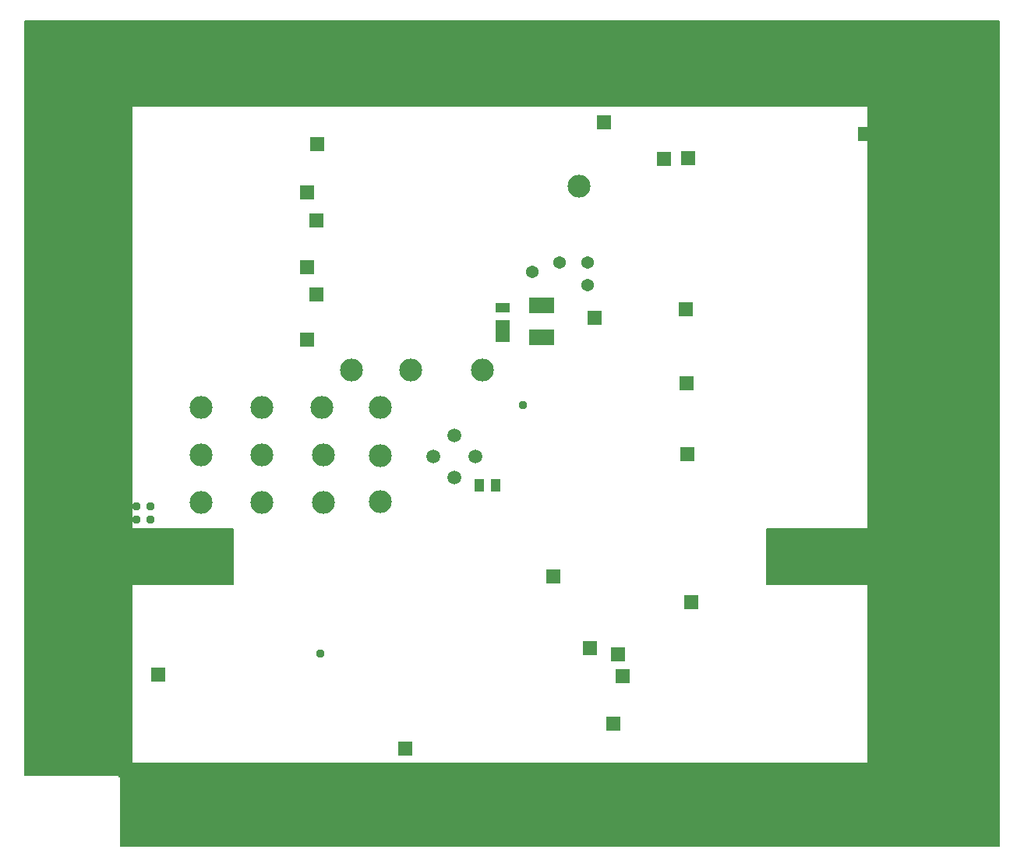
<source format=gbs>
G75*
%MOIN*%
%OFA0B0*%
%FSLAX25Y25*%
%IPPOS*%
%LPD*%
%AMOC8*
5,1,8,0,0,1.08239X$1,22.5*
%
%ADD10C,0.00600*%
%ADD11R,0.03950X0.05524*%
%ADD12C,0.05950*%
%ADD13C,0.09800*%
%ADD14R,0.05950X0.05950*%
%ADD15R,0.06312X0.09461*%
%ADD16R,0.06312X0.04343*%
%ADD17R,0.10800X0.06784*%
%ADD18R,0.10800X0.06745*%
%ADD19OC8,0.17635*%
%ADD20C,0.03778*%
%ADD21C,0.05392*%
D10*
X0109202Y0114713D02*
X0109202Y0149753D01*
X0113926Y0149753D01*
X0428887Y0149753D01*
X0428887Y0226524D01*
X0385580Y0226524D01*
X0385580Y0250146D01*
X0428887Y0250146D01*
X0428887Y0431249D01*
X0113926Y0431249D01*
X0113926Y0145028D01*
X0068257Y0145028D01*
X0068257Y0467469D01*
X0484792Y0467469D01*
X0484792Y0114713D01*
X0109202Y0114713D01*
X0109202Y0114839D02*
X0484792Y0114839D01*
X0484792Y0115437D02*
X0109202Y0115437D01*
X0109202Y0116036D02*
X0484792Y0116036D01*
X0484792Y0116634D02*
X0109202Y0116634D01*
X0109202Y0117233D02*
X0484792Y0117233D01*
X0484792Y0117831D02*
X0109202Y0117831D01*
X0109202Y0118430D02*
X0484792Y0118430D01*
X0484792Y0119028D02*
X0109202Y0119028D01*
X0109202Y0119627D02*
X0484792Y0119627D01*
X0484792Y0120225D02*
X0109202Y0120225D01*
X0109202Y0120824D02*
X0484792Y0120824D01*
X0484792Y0121422D02*
X0109202Y0121422D01*
X0109202Y0122021D02*
X0484792Y0122021D01*
X0484792Y0122619D02*
X0109202Y0122619D01*
X0109202Y0123218D02*
X0484792Y0123218D01*
X0484792Y0123816D02*
X0109202Y0123816D01*
X0109202Y0124415D02*
X0484792Y0124415D01*
X0484792Y0125013D02*
X0109202Y0125013D01*
X0109202Y0125612D02*
X0484792Y0125612D01*
X0484792Y0126210D02*
X0109202Y0126210D01*
X0109202Y0126809D02*
X0484792Y0126809D01*
X0484792Y0127407D02*
X0109202Y0127407D01*
X0109202Y0128006D02*
X0484792Y0128006D01*
X0484792Y0128604D02*
X0109202Y0128604D01*
X0109202Y0129203D02*
X0484792Y0129203D01*
X0484792Y0129801D02*
X0109202Y0129801D01*
X0109202Y0130400D02*
X0484792Y0130400D01*
X0484792Y0130998D02*
X0109202Y0130998D01*
X0109202Y0131597D02*
X0484792Y0131597D01*
X0484792Y0132195D02*
X0109202Y0132195D01*
X0109202Y0132794D02*
X0484792Y0132794D01*
X0484792Y0133392D02*
X0109202Y0133392D01*
X0109202Y0133991D02*
X0484792Y0133991D01*
X0484792Y0134589D02*
X0109202Y0134589D01*
X0109202Y0135188D02*
X0484792Y0135188D01*
X0484792Y0135786D02*
X0109202Y0135786D01*
X0109202Y0136385D02*
X0484792Y0136385D01*
X0484792Y0136984D02*
X0109202Y0136984D01*
X0109202Y0137582D02*
X0484792Y0137582D01*
X0484792Y0138181D02*
X0109202Y0138181D01*
X0109202Y0138779D02*
X0484792Y0138779D01*
X0484792Y0139378D02*
X0109202Y0139378D01*
X0109202Y0139976D02*
X0484792Y0139976D01*
X0484792Y0140575D02*
X0109202Y0140575D01*
X0109202Y0141173D02*
X0484792Y0141173D01*
X0484792Y0141772D02*
X0109202Y0141772D01*
X0109202Y0142370D02*
X0484792Y0142370D01*
X0484792Y0142969D02*
X0109202Y0142969D01*
X0109202Y0143567D02*
X0484792Y0143567D01*
X0484792Y0144166D02*
X0109202Y0144166D01*
X0109202Y0144764D02*
X0484792Y0144764D01*
X0484792Y0145363D02*
X0113926Y0145363D01*
X0108414Y0145363D01*
X0108414Y0145961D02*
X0113926Y0145961D01*
X0484792Y0145961D01*
X0484792Y0146560D02*
X0113926Y0146560D01*
X0108414Y0146560D01*
X0108414Y0147158D02*
X0113926Y0147158D01*
X0484792Y0147158D01*
X0484792Y0147757D02*
X0113926Y0147757D01*
X0108414Y0147757D01*
X0108414Y0148355D02*
X0113926Y0148355D01*
X0484792Y0148355D01*
X0484792Y0148954D02*
X0113926Y0148954D01*
X0108414Y0148954D01*
X0108414Y0149552D02*
X0113926Y0149552D01*
X0484792Y0149552D01*
X0484792Y0150151D02*
X0428887Y0150151D01*
X0428887Y0150749D02*
X0484792Y0150749D01*
X0484792Y0151348D02*
X0428887Y0151348D01*
X0428887Y0151946D02*
X0484792Y0151946D01*
X0484792Y0152545D02*
X0428887Y0152545D01*
X0428887Y0153143D02*
X0484792Y0153143D01*
X0484792Y0153742D02*
X0428887Y0153742D01*
X0428887Y0154340D02*
X0484792Y0154340D01*
X0484792Y0154939D02*
X0428887Y0154939D01*
X0428887Y0155537D02*
X0484792Y0155537D01*
X0484792Y0156136D02*
X0428887Y0156136D01*
X0428887Y0156734D02*
X0484792Y0156734D01*
X0484792Y0157333D02*
X0428887Y0157333D01*
X0428887Y0157931D02*
X0484792Y0157931D01*
X0484792Y0158530D02*
X0428887Y0158530D01*
X0428887Y0159128D02*
X0484792Y0159128D01*
X0484792Y0159727D02*
X0428887Y0159727D01*
X0428887Y0160325D02*
X0484792Y0160325D01*
X0484792Y0160924D02*
X0428887Y0160924D01*
X0428887Y0161522D02*
X0484792Y0161522D01*
X0484792Y0162121D02*
X0428887Y0162121D01*
X0428887Y0162720D02*
X0484792Y0162720D01*
X0484792Y0163318D02*
X0428887Y0163318D01*
X0428887Y0163917D02*
X0484792Y0163917D01*
X0484792Y0164515D02*
X0428887Y0164515D01*
X0428887Y0165114D02*
X0484792Y0165114D01*
X0484792Y0165712D02*
X0428887Y0165712D01*
X0428887Y0166311D02*
X0484792Y0166311D01*
X0484792Y0166909D02*
X0428887Y0166909D01*
X0428887Y0167508D02*
X0484792Y0167508D01*
X0484792Y0168106D02*
X0428887Y0168106D01*
X0428887Y0168705D02*
X0484792Y0168705D01*
X0484792Y0169303D02*
X0428887Y0169303D01*
X0428887Y0169902D02*
X0484792Y0169902D01*
X0484792Y0170500D02*
X0428887Y0170500D01*
X0428887Y0171099D02*
X0484792Y0171099D01*
X0484792Y0171697D02*
X0428887Y0171697D01*
X0428887Y0172296D02*
X0484792Y0172296D01*
X0484792Y0172894D02*
X0428887Y0172894D01*
X0428887Y0173493D02*
X0484792Y0173493D01*
X0484792Y0174091D02*
X0428887Y0174091D01*
X0428887Y0174690D02*
X0484792Y0174690D01*
X0484792Y0175288D02*
X0428887Y0175288D01*
X0428887Y0175887D02*
X0484792Y0175887D01*
X0484792Y0176485D02*
X0428887Y0176485D01*
X0428887Y0177084D02*
X0484792Y0177084D01*
X0484792Y0177682D02*
X0428887Y0177682D01*
X0428887Y0178281D02*
X0484792Y0178281D01*
X0484792Y0178879D02*
X0428887Y0178879D01*
X0428887Y0179478D02*
X0484792Y0179478D01*
X0484792Y0180076D02*
X0428887Y0180076D01*
X0428887Y0180675D02*
X0484792Y0180675D01*
X0484792Y0181273D02*
X0428887Y0181273D01*
X0428887Y0181872D02*
X0484792Y0181872D01*
X0484792Y0182470D02*
X0428887Y0182470D01*
X0428887Y0183069D02*
X0484792Y0183069D01*
X0484792Y0183667D02*
X0428887Y0183667D01*
X0428887Y0184266D02*
X0484792Y0184266D01*
X0484792Y0184864D02*
X0428887Y0184864D01*
X0428887Y0185463D02*
X0484792Y0185463D01*
X0484792Y0186061D02*
X0428887Y0186061D01*
X0428887Y0186660D02*
X0484792Y0186660D01*
X0484792Y0187258D02*
X0428887Y0187258D01*
X0428887Y0187857D02*
X0484792Y0187857D01*
X0484792Y0188455D02*
X0428887Y0188455D01*
X0428887Y0189054D02*
X0484792Y0189054D01*
X0484792Y0189653D02*
X0428887Y0189653D01*
X0428887Y0190251D02*
X0484792Y0190251D01*
X0484792Y0190850D02*
X0428887Y0190850D01*
X0428887Y0191448D02*
X0484792Y0191448D01*
X0484792Y0192047D02*
X0428887Y0192047D01*
X0428887Y0192645D02*
X0484792Y0192645D01*
X0484792Y0193244D02*
X0428887Y0193244D01*
X0428887Y0193842D02*
X0484792Y0193842D01*
X0484792Y0194441D02*
X0428887Y0194441D01*
X0428887Y0195039D02*
X0484792Y0195039D01*
X0484792Y0195638D02*
X0428887Y0195638D01*
X0428887Y0196236D02*
X0484792Y0196236D01*
X0484792Y0196835D02*
X0428887Y0196835D01*
X0428887Y0197433D02*
X0484792Y0197433D01*
X0484792Y0198032D02*
X0428887Y0198032D01*
X0428887Y0198630D02*
X0484792Y0198630D01*
X0484792Y0199229D02*
X0428887Y0199229D01*
X0428887Y0199827D02*
X0484792Y0199827D01*
X0484792Y0200426D02*
X0428887Y0200426D01*
X0428887Y0201024D02*
X0484792Y0201024D01*
X0484792Y0201623D02*
X0428887Y0201623D01*
X0428887Y0202221D02*
X0484792Y0202221D01*
X0484792Y0202820D02*
X0428887Y0202820D01*
X0428887Y0203418D02*
X0484792Y0203418D01*
X0484792Y0204017D02*
X0428887Y0204017D01*
X0428887Y0204615D02*
X0484792Y0204615D01*
X0484792Y0205214D02*
X0428887Y0205214D01*
X0428887Y0205812D02*
X0484792Y0205812D01*
X0484792Y0206411D02*
X0428887Y0206411D01*
X0428887Y0207009D02*
X0484792Y0207009D01*
X0484792Y0207608D02*
X0428887Y0207608D01*
X0428887Y0208206D02*
X0484792Y0208206D01*
X0484792Y0208805D02*
X0428887Y0208805D01*
X0428887Y0209403D02*
X0484792Y0209403D01*
X0484792Y0210002D02*
X0428887Y0210002D01*
X0428887Y0210600D02*
X0484792Y0210600D01*
X0484792Y0211199D02*
X0428887Y0211199D01*
X0428887Y0211797D02*
X0484792Y0211797D01*
X0484792Y0212396D02*
X0428887Y0212396D01*
X0428887Y0212994D02*
X0484792Y0212994D01*
X0484792Y0213593D02*
X0428887Y0213593D01*
X0428887Y0214191D02*
X0484792Y0214191D01*
X0484792Y0214790D02*
X0428887Y0214790D01*
X0428887Y0215388D02*
X0484792Y0215388D01*
X0484792Y0215987D02*
X0428887Y0215987D01*
X0428887Y0216586D02*
X0484792Y0216586D01*
X0484792Y0217184D02*
X0428887Y0217184D01*
X0428887Y0217783D02*
X0484792Y0217783D01*
X0484792Y0218381D02*
X0428887Y0218381D01*
X0428887Y0218980D02*
X0484792Y0218980D01*
X0484792Y0219578D02*
X0428887Y0219578D01*
X0428887Y0220177D02*
X0484792Y0220177D01*
X0484792Y0220775D02*
X0428887Y0220775D01*
X0428887Y0221374D02*
X0484792Y0221374D01*
X0484792Y0221972D02*
X0428887Y0221972D01*
X0428887Y0222571D02*
X0484792Y0222571D01*
X0484792Y0223169D02*
X0428887Y0223169D01*
X0428887Y0223768D02*
X0484792Y0223768D01*
X0484792Y0224366D02*
X0428887Y0224366D01*
X0428887Y0224965D02*
X0484792Y0224965D01*
X0484792Y0225563D02*
X0428887Y0225563D01*
X0428887Y0226162D02*
X0484792Y0226162D01*
X0484792Y0226760D02*
X0385580Y0226760D01*
X0385580Y0227359D02*
X0484792Y0227359D01*
X0484792Y0227957D02*
X0385580Y0227957D01*
X0385580Y0228556D02*
X0484792Y0228556D01*
X0484792Y0229154D02*
X0385580Y0229154D01*
X0385580Y0229753D02*
X0484792Y0229753D01*
X0484792Y0230351D02*
X0385580Y0230351D01*
X0385580Y0230950D02*
X0484792Y0230950D01*
X0484792Y0231548D02*
X0385580Y0231548D01*
X0385580Y0232147D02*
X0484792Y0232147D01*
X0484792Y0232745D02*
X0385580Y0232745D01*
X0385580Y0233344D02*
X0484792Y0233344D01*
X0484792Y0233942D02*
X0385580Y0233942D01*
X0385580Y0234541D02*
X0484792Y0234541D01*
X0484792Y0235139D02*
X0385580Y0235139D01*
X0385580Y0235738D02*
X0484792Y0235738D01*
X0484792Y0236336D02*
X0385580Y0236336D01*
X0385580Y0236935D02*
X0484792Y0236935D01*
X0484792Y0237533D02*
X0385580Y0237533D01*
X0385580Y0238132D02*
X0484792Y0238132D01*
X0484792Y0238730D02*
X0385580Y0238730D01*
X0385580Y0239329D02*
X0484792Y0239329D01*
X0484792Y0239927D02*
X0385580Y0239927D01*
X0385580Y0240526D02*
X0484792Y0240526D01*
X0484792Y0241124D02*
X0385580Y0241124D01*
X0385580Y0241723D02*
X0484792Y0241723D01*
X0484792Y0242322D02*
X0385580Y0242322D01*
X0385580Y0242920D02*
X0484792Y0242920D01*
X0484792Y0243519D02*
X0385580Y0243519D01*
X0385580Y0244117D02*
X0484792Y0244117D01*
X0484792Y0244716D02*
X0385580Y0244716D01*
X0385580Y0245314D02*
X0484792Y0245314D01*
X0484792Y0245913D02*
X0385580Y0245913D01*
X0385580Y0246511D02*
X0484792Y0246511D01*
X0484792Y0247110D02*
X0385580Y0247110D01*
X0385580Y0247708D02*
X0484792Y0247708D01*
X0484792Y0248307D02*
X0385580Y0248307D01*
X0385580Y0248905D02*
X0484792Y0248905D01*
X0484792Y0249504D02*
X0385580Y0249504D01*
X0385580Y0250102D02*
X0484792Y0250102D01*
X0484792Y0250701D02*
X0428887Y0250701D01*
X0428887Y0251299D02*
X0484792Y0251299D01*
X0484792Y0251898D02*
X0428887Y0251898D01*
X0428887Y0252496D02*
X0484792Y0252496D01*
X0484792Y0253095D02*
X0428887Y0253095D01*
X0428887Y0253693D02*
X0484792Y0253693D01*
X0484792Y0254292D02*
X0428887Y0254292D01*
X0428887Y0254890D02*
X0484792Y0254890D01*
X0484792Y0255489D02*
X0428887Y0255489D01*
X0428887Y0256087D02*
X0484792Y0256087D01*
X0484792Y0256686D02*
X0428887Y0256686D01*
X0428887Y0257284D02*
X0484792Y0257284D01*
X0484792Y0257883D02*
X0428887Y0257883D01*
X0428887Y0258481D02*
X0484792Y0258481D01*
X0484792Y0259080D02*
X0428887Y0259080D01*
X0428887Y0259678D02*
X0484792Y0259678D01*
X0484792Y0260277D02*
X0428887Y0260277D01*
X0428887Y0260875D02*
X0484792Y0260875D01*
X0484792Y0261474D02*
X0428887Y0261474D01*
X0428887Y0262072D02*
X0484792Y0262072D01*
X0484792Y0262671D02*
X0428887Y0262671D01*
X0428887Y0263269D02*
X0484792Y0263269D01*
X0484792Y0263868D02*
X0428887Y0263868D01*
X0428887Y0264466D02*
X0484792Y0264466D01*
X0484792Y0265065D02*
X0428887Y0265065D01*
X0428887Y0265663D02*
X0484792Y0265663D01*
X0484792Y0266262D02*
X0428887Y0266262D01*
X0428887Y0266860D02*
X0484792Y0266860D01*
X0484792Y0267459D02*
X0428887Y0267459D01*
X0428887Y0268057D02*
X0484792Y0268057D01*
X0484792Y0268656D02*
X0428887Y0268656D01*
X0428887Y0269255D02*
X0484792Y0269255D01*
X0484792Y0269853D02*
X0428887Y0269853D01*
X0428887Y0270452D02*
X0484792Y0270452D01*
X0484792Y0271050D02*
X0428887Y0271050D01*
X0428887Y0271649D02*
X0484792Y0271649D01*
X0484792Y0272247D02*
X0428887Y0272247D01*
X0428887Y0272846D02*
X0484792Y0272846D01*
X0484792Y0273444D02*
X0428887Y0273444D01*
X0428887Y0274043D02*
X0484792Y0274043D01*
X0484792Y0274641D02*
X0428887Y0274641D01*
X0428887Y0275240D02*
X0484792Y0275240D01*
X0484792Y0275838D02*
X0428887Y0275838D01*
X0428887Y0276437D02*
X0484792Y0276437D01*
X0484792Y0277035D02*
X0428887Y0277035D01*
X0428887Y0277634D02*
X0484792Y0277634D01*
X0484792Y0278232D02*
X0428887Y0278232D01*
X0428887Y0278831D02*
X0484792Y0278831D01*
X0484792Y0279429D02*
X0428887Y0279429D01*
X0428887Y0280028D02*
X0484792Y0280028D01*
X0484792Y0280626D02*
X0428887Y0280626D01*
X0428887Y0281225D02*
X0484792Y0281225D01*
X0484792Y0281823D02*
X0428887Y0281823D01*
X0428887Y0282422D02*
X0484792Y0282422D01*
X0484792Y0283020D02*
X0428887Y0283020D01*
X0428887Y0283619D02*
X0484792Y0283619D01*
X0484792Y0284217D02*
X0428887Y0284217D01*
X0428887Y0284816D02*
X0484792Y0284816D01*
X0484792Y0285414D02*
X0428887Y0285414D01*
X0428887Y0286013D02*
X0484792Y0286013D01*
X0484792Y0286611D02*
X0428887Y0286611D01*
X0428887Y0287210D02*
X0484792Y0287210D01*
X0484792Y0287808D02*
X0428887Y0287808D01*
X0428887Y0288407D02*
X0484792Y0288407D01*
X0484792Y0289005D02*
X0428887Y0289005D01*
X0428887Y0289604D02*
X0484792Y0289604D01*
X0484792Y0290202D02*
X0428887Y0290202D01*
X0428887Y0290801D02*
X0484792Y0290801D01*
X0484792Y0291399D02*
X0428887Y0291399D01*
X0428887Y0291998D02*
X0484792Y0291998D01*
X0484792Y0292596D02*
X0428887Y0292596D01*
X0428887Y0293195D02*
X0484792Y0293195D01*
X0484792Y0293793D02*
X0428887Y0293793D01*
X0428887Y0294392D02*
X0484792Y0294392D01*
X0484792Y0294991D02*
X0428887Y0294991D01*
X0428887Y0295589D02*
X0484792Y0295589D01*
X0484792Y0296188D02*
X0428887Y0296188D01*
X0428887Y0296786D02*
X0484792Y0296786D01*
X0484792Y0297385D02*
X0428887Y0297385D01*
X0428887Y0297983D02*
X0484792Y0297983D01*
X0484792Y0298582D02*
X0428887Y0298582D01*
X0428887Y0299180D02*
X0484792Y0299180D01*
X0484792Y0299779D02*
X0428887Y0299779D01*
X0428887Y0300377D02*
X0484792Y0300377D01*
X0484792Y0300976D02*
X0428887Y0300976D01*
X0428887Y0301574D02*
X0484792Y0301574D01*
X0484792Y0302173D02*
X0428887Y0302173D01*
X0428887Y0302771D02*
X0484792Y0302771D01*
X0484792Y0303370D02*
X0428887Y0303370D01*
X0428887Y0303968D02*
X0484792Y0303968D01*
X0484792Y0304567D02*
X0428887Y0304567D01*
X0428887Y0305165D02*
X0484792Y0305165D01*
X0484792Y0305764D02*
X0428887Y0305764D01*
X0428887Y0306362D02*
X0484792Y0306362D01*
X0484792Y0306961D02*
X0428887Y0306961D01*
X0428887Y0307559D02*
X0484792Y0307559D01*
X0484792Y0308158D02*
X0428887Y0308158D01*
X0428887Y0308756D02*
X0484792Y0308756D01*
X0484792Y0309355D02*
X0428887Y0309355D01*
X0428887Y0309953D02*
X0484792Y0309953D01*
X0484792Y0310552D02*
X0428887Y0310552D01*
X0428887Y0311150D02*
X0484792Y0311150D01*
X0484792Y0311749D02*
X0428887Y0311749D01*
X0428887Y0312347D02*
X0484792Y0312347D01*
X0484792Y0312946D02*
X0428887Y0312946D01*
X0428887Y0313544D02*
X0484792Y0313544D01*
X0484792Y0314143D02*
X0428887Y0314143D01*
X0428887Y0314741D02*
X0484792Y0314741D01*
X0484792Y0315340D02*
X0428887Y0315340D01*
X0428887Y0315938D02*
X0484792Y0315938D01*
X0484792Y0316537D02*
X0428887Y0316537D01*
X0428887Y0317135D02*
X0484792Y0317135D01*
X0484792Y0317734D02*
X0428887Y0317734D01*
X0428887Y0318332D02*
X0484792Y0318332D01*
X0484792Y0318931D02*
X0428887Y0318931D01*
X0428887Y0319529D02*
X0484792Y0319529D01*
X0484792Y0320128D02*
X0428887Y0320128D01*
X0428887Y0320726D02*
X0484792Y0320726D01*
X0484792Y0321325D02*
X0428887Y0321325D01*
X0428887Y0321924D02*
X0484792Y0321924D01*
X0484792Y0322522D02*
X0428887Y0322522D01*
X0428887Y0323121D02*
X0484792Y0323121D01*
X0484792Y0323719D02*
X0428887Y0323719D01*
X0428887Y0324318D02*
X0484792Y0324318D01*
X0484792Y0324916D02*
X0428887Y0324916D01*
X0428887Y0325515D02*
X0484792Y0325515D01*
X0484792Y0326113D02*
X0428887Y0326113D01*
X0428887Y0326712D02*
X0484792Y0326712D01*
X0484792Y0327310D02*
X0428887Y0327310D01*
X0428887Y0327909D02*
X0484792Y0327909D01*
X0484792Y0328507D02*
X0428887Y0328507D01*
X0428887Y0329106D02*
X0484792Y0329106D01*
X0484792Y0329704D02*
X0428887Y0329704D01*
X0428887Y0330303D02*
X0484792Y0330303D01*
X0484792Y0330901D02*
X0428887Y0330901D01*
X0428887Y0331500D02*
X0484792Y0331500D01*
X0484792Y0332098D02*
X0428887Y0332098D01*
X0428887Y0332697D02*
X0484792Y0332697D01*
X0484792Y0333295D02*
X0428887Y0333295D01*
X0428887Y0333894D02*
X0484792Y0333894D01*
X0484792Y0334492D02*
X0428887Y0334492D01*
X0428887Y0335091D02*
X0484792Y0335091D01*
X0484792Y0335689D02*
X0428887Y0335689D01*
X0428887Y0336288D02*
X0484792Y0336288D01*
X0484792Y0336886D02*
X0428887Y0336886D01*
X0428887Y0337485D02*
X0484792Y0337485D01*
X0484792Y0338083D02*
X0428887Y0338083D01*
X0428887Y0338682D02*
X0484792Y0338682D01*
X0484792Y0339280D02*
X0428887Y0339280D01*
X0428887Y0339879D02*
X0484792Y0339879D01*
X0484792Y0340477D02*
X0428887Y0340477D01*
X0428887Y0341076D02*
X0484792Y0341076D01*
X0484792Y0341674D02*
X0428887Y0341674D01*
X0428887Y0342273D02*
X0484792Y0342273D01*
X0484792Y0342871D02*
X0428887Y0342871D01*
X0428887Y0343470D02*
X0484792Y0343470D01*
X0484792Y0344068D02*
X0428887Y0344068D01*
X0428887Y0344667D02*
X0484792Y0344667D01*
X0484792Y0345265D02*
X0428887Y0345265D01*
X0428887Y0345864D02*
X0484792Y0345864D01*
X0484792Y0346462D02*
X0428887Y0346462D01*
X0428887Y0347061D02*
X0484792Y0347061D01*
X0484792Y0347659D02*
X0428887Y0347659D01*
X0428887Y0348258D02*
X0484792Y0348258D01*
X0484792Y0348857D02*
X0428887Y0348857D01*
X0428887Y0349455D02*
X0484792Y0349455D01*
X0484792Y0350054D02*
X0428887Y0350054D01*
X0428887Y0350652D02*
X0484792Y0350652D01*
X0484792Y0351251D02*
X0428887Y0351251D01*
X0428887Y0351849D02*
X0484792Y0351849D01*
X0484792Y0352448D02*
X0428887Y0352448D01*
X0428887Y0353046D02*
X0484792Y0353046D01*
X0484792Y0353645D02*
X0428887Y0353645D01*
X0428887Y0354243D02*
X0484792Y0354243D01*
X0484792Y0354842D02*
X0428887Y0354842D01*
X0428887Y0355440D02*
X0484792Y0355440D01*
X0484792Y0356039D02*
X0428887Y0356039D01*
X0428887Y0356637D02*
X0484792Y0356637D01*
X0484792Y0357236D02*
X0428887Y0357236D01*
X0428887Y0357834D02*
X0484792Y0357834D01*
X0484792Y0358433D02*
X0428887Y0358433D01*
X0428887Y0359031D02*
X0484792Y0359031D01*
X0484792Y0359630D02*
X0428887Y0359630D01*
X0428887Y0360228D02*
X0484792Y0360228D01*
X0484792Y0360827D02*
X0428887Y0360827D01*
X0428887Y0361425D02*
X0484792Y0361425D01*
X0484792Y0362024D02*
X0428887Y0362024D01*
X0428887Y0362622D02*
X0484792Y0362622D01*
X0484792Y0363221D02*
X0428887Y0363221D01*
X0428887Y0363819D02*
X0484792Y0363819D01*
X0484792Y0364418D02*
X0428887Y0364418D01*
X0428887Y0365016D02*
X0484792Y0365016D01*
X0484792Y0365615D02*
X0428887Y0365615D01*
X0428887Y0366213D02*
X0484792Y0366213D01*
X0484792Y0366812D02*
X0428887Y0366812D01*
X0428887Y0367410D02*
X0484792Y0367410D01*
X0484792Y0368009D02*
X0428887Y0368009D01*
X0428887Y0368607D02*
X0484792Y0368607D01*
X0484792Y0369206D02*
X0428887Y0369206D01*
X0428887Y0369804D02*
X0484792Y0369804D01*
X0484792Y0370403D02*
X0428887Y0370403D01*
X0428887Y0371001D02*
X0484792Y0371001D01*
X0484792Y0371600D02*
X0428887Y0371600D01*
X0428887Y0372198D02*
X0484792Y0372198D01*
X0484792Y0372797D02*
X0428887Y0372797D01*
X0428887Y0373395D02*
X0484792Y0373395D01*
X0484792Y0373994D02*
X0428887Y0373994D01*
X0428887Y0374593D02*
X0484792Y0374593D01*
X0484792Y0375191D02*
X0428887Y0375191D01*
X0428887Y0375790D02*
X0484792Y0375790D01*
X0484792Y0376388D02*
X0428887Y0376388D01*
X0428887Y0376987D02*
X0484792Y0376987D01*
X0484792Y0377585D02*
X0428887Y0377585D01*
X0428887Y0378184D02*
X0484792Y0378184D01*
X0484792Y0378782D02*
X0428887Y0378782D01*
X0428887Y0379381D02*
X0484792Y0379381D01*
X0484792Y0379979D02*
X0428887Y0379979D01*
X0428887Y0380578D02*
X0484792Y0380578D01*
X0484792Y0381176D02*
X0428887Y0381176D01*
X0428887Y0381775D02*
X0484792Y0381775D01*
X0484792Y0382373D02*
X0428887Y0382373D01*
X0428887Y0382972D02*
X0484792Y0382972D01*
X0484792Y0383570D02*
X0428887Y0383570D01*
X0428887Y0384169D02*
X0484792Y0384169D01*
X0484792Y0384767D02*
X0428887Y0384767D01*
X0428887Y0385366D02*
X0484792Y0385366D01*
X0484792Y0385964D02*
X0428887Y0385964D01*
X0428887Y0386563D02*
X0484792Y0386563D01*
X0484792Y0387161D02*
X0428887Y0387161D01*
X0428887Y0387760D02*
X0484792Y0387760D01*
X0484792Y0388358D02*
X0428887Y0388358D01*
X0428887Y0388957D02*
X0484792Y0388957D01*
X0484792Y0389555D02*
X0428887Y0389555D01*
X0428887Y0390154D02*
X0484792Y0390154D01*
X0484792Y0390752D02*
X0428887Y0390752D01*
X0428887Y0391351D02*
X0484792Y0391351D01*
X0484792Y0391949D02*
X0428887Y0391949D01*
X0428887Y0392548D02*
X0484792Y0392548D01*
X0484792Y0393146D02*
X0428887Y0393146D01*
X0428887Y0393745D02*
X0484792Y0393745D01*
X0484792Y0394343D02*
X0428887Y0394343D01*
X0428887Y0394942D02*
X0484792Y0394942D01*
X0484792Y0395540D02*
X0428887Y0395540D01*
X0428887Y0396139D02*
X0484792Y0396139D01*
X0484792Y0396737D02*
X0428887Y0396737D01*
X0428887Y0397336D02*
X0484792Y0397336D01*
X0484792Y0397934D02*
X0428887Y0397934D01*
X0428887Y0398533D02*
X0484792Y0398533D01*
X0484792Y0399131D02*
X0428887Y0399131D01*
X0428887Y0399730D02*
X0484792Y0399730D01*
X0484792Y0400328D02*
X0428887Y0400328D01*
X0428887Y0400927D02*
X0484792Y0400927D01*
X0484792Y0401526D02*
X0428887Y0401526D01*
X0428887Y0402124D02*
X0484792Y0402124D01*
X0484792Y0402723D02*
X0428887Y0402723D01*
X0428887Y0403321D02*
X0484792Y0403321D01*
X0484792Y0403920D02*
X0428887Y0403920D01*
X0428887Y0404518D02*
X0484792Y0404518D01*
X0484792Y0405117D02*
X0428887Y0405117D01*
X0428887Y0405715D02*
X0484792Y0405715D01*
X0484792Y0406314D02*
X0428887Y0406314D01*
X0428887Y0406912D02*
X0484792Y0406912D01*
X0484792Y0407511D02*
X0428887Y0407511D01*
X0428887Y0408109D02*
X0484792Y0408109D01*
X0484792Y0408708D02*
X0428887Y0408708D01*
X0428887Y0409306D02*
X0484792Y0409306D01*
X0484792Y0409905D02*
X0428887Y0409905D01*
X0428887Y0410503D02*
X0484792Y0410503D01*
X0484792Y0411102D02*
X0428887Y0411102D01*
X0428887Y0411700D02*
X0484792Y0411700D01*
X0484792Y0412299D02*
X0428887Y0412299D01*
X0428887Y0412897D02*
X0484792Y0412897D01*
X0484792Y0413496D02*
X0428887Y0413496D01*
X0428887Y0414094D02*
X0484792Y0414094D01*
X0484792Y0414693D02*
X0428887Y0414693D01*
X0428887Y0415291D02*
X0484792Y0415291D01*
X0484792Y0415890D02*
X0428887Y0415890D01*
X0428887Y0416488D02*
X0484792Y0416488D01*
X0484792Y0417087D02*
X0428887Y0417087D01*
X0428887Y0417685D02*
X0484792Y0417685D01*
X0484792Y0418284D02*
X0428887Y0418284D01*
X0428887Y0418882D02*
X0484792Y0418882D01*
X0484792Y0419481D02*
X0428887Y0419481D01*
X0428887Y0420079D02*
X0484792Y0420079D01*
X0484792Y0420678D02*
X0428887Y0420678D01*
X0428887Y0421276D02*
X0484792Y0421276D01*
X0484792Y0421875D02*
X0428887Y0421875D01*
X0428887Y0422473D02*
X0484792Y0422473D01*
X0484792Y0423072D02*
X0428887Y0423072D01*
X0428887Y0423670D02*
X0484792Y0423670D01*
X0484792Y0424269D02*
X0428887Y0424269D01*
X0428887Y0424867D02*
X0484792Y0424867D01*
X0484792Y0425466D02*
X0428887Y0425466D01*
X0428887Y0426064D02*
X0484792Y0426064D01*
X0484792Y0426663D02*
X0428887Y0426663D01*
X0428887Y0427262D02*
X0484792Y0427262D01*
X0484792Y0427860D02*
X0428887Y0427860D01*
X0428887Y0428459D02*
X0484792Y0428459D01*
X0484792Y0429057D02*
X0428887Y0429057D01*
X0428887Y0429656D02*
X0484792Y0429656D01*
X0484792Y0430254D02*
X0428887Y0430254D01*
X0428887Y0430853D02*
X0484792Y0430853D01*
X0484792Y0431451D02*
X0068257Y0431451D01*
X0068257Y0430853D02*
X0113926Y0430853D01*
X0113926Y0430254D02*
X0068257Y0430254D01*
X0068257Y0429656D02*
X0113926Y0429656D01*
X0113926Y0429057D02*
X0068257Y0429057D01*
X0068257Y0428459D02*
X0113926Y0428459D01*
X0113926Y0427860D02*
X0068257Y0427860D01*
X0068257Y0427262D02*
X0113926Y0427262D01*
X0113926Y0426663D02*
X0068257Y0426663D01*
X0068257Y0426064D02*
X0113926Y0426064D01*
X0113926Y0425466D02*
X0068257Y0425466D01*
X0068257Y0424867D02*
X0113926Y0424867D01*
X0113926Y0424269D02*
X0068257Y0424269D01*
X0068257Y0423670D02*
X0113926Y0423670D01*
X0113926Y0423072D02*
X0068257Y0423072D01*
X0068257Y0422473D02*
X0113926Y0422473D01*
X0113926Y0421875D02*
X0068257Y0421875D01*
X0068257Y0421276D02*
X0113926Y0421276D01*
X0113926Y0420678D02*
X0068257Y0420678D01*
X0068257Y0420079D02*
X0113926Y0420079D01*
X0113926Y0419481D02*
X0068257Y0419481D01*
X0068257Y0418882D02*
X0113926Y0418882D01*
X0113926Y0418284D02*
X0068257Y0418284D01*
X0068257Y0417685D02*
X0113926Y0417685D01*
X0113926Y0417087D02*
X0068257Y0417087D01*
X0068257Y0416488D02*
X0113926Y0416488D01*
X0113926Y0415890D02*
X0068257Y0415890D01*
X0068257Y0415291D02*
X0113926Y0415291D01*
X0113926Y0414693D02*
X0068257Y0414693D01*
X0068257Y0414094D02*
X0113926Y0414094D01*
X0113926Y0413496D02*
X0068257Y0413496D01*
X0068257Y0412897D02*
X0113926Y0412897D01*
X0113926Y0412299D02*
X0068257Y0412299D01*
X0068257Y0411700D02*
X0113926Y0411700D01*
X0113926Y0411102D02*
X0068257Y0411102D01*
X0068257Y0410503D02*
X0113926Y0410503D01*
X0113926Y0409905D02*
X0068257Y0409905D01*
X0068257Y0409306D02*
X0113926Y0409306D01*
X0113926Y0408708D02*
X0068257Y0408708D01*
X0068257Y0408109D02*
X0113926Y0408109D01*
X0113926Y0407511D02*
X0068257Y0407511D01*
X0068257Y0406912D02*
X0113926Y0406912D01*
X0113926Y0406314D02*
X0068257Y0406314D01*
X0068257Y0405715D02*
X0113926Y0405715D01*
X0113926Y0405117D02*
X0068257Y0405117D01*
X0068257Y0404518D02*
X0113926Y0404518D01*
X0113926Y0403920D02*
X0068257Y0403920D01*
X0068257Y0403321D02*
X0113926Y0403321D01*
X0113926Y0402723D02*
X0068257Y0402723D01*
X0068257Y0402124D02*
X0113926Y0402124D01*
X0113926Y0401526D02*
X0068257Y0401526D01*
X0068257Y0400927D02*
X0113926Y0400927D01*
X0113926Y0400328D02*
X0068257Y0400328D01*
X0068257Y0399730D02*
X0113926Y0399730D01*
X0113926Y0399131D02*
X0068257Y0399131D01*
X0068257Y0398533D02*
X0113926Y0398533D01*
X0113926Y0397934D02*
X0068257Y0397934D01*
X0068257Y0397336D02*
X0113926Y0397336D01*
X0113926Y0396737D02*
X0068257Y0396737D01*
X0068257Y0396139D02*
X0113926Y0396139D01*
X0113926Y0395540D02*
X0068257Y0395540D01*
X0068257Y0394942D02*
X0113926Y0394942D01*
X0113926Y0394343D02*
X0068257Y0394343D01*
X0068257Y0393745D02*
X0113926Y0393745D01*
X0113926Y0393146D02*
X0068257Y0393146D01*
X0068257Y0392548D02*
X0113926Y0392548D01*
X0113926Y0391949D02*
X0068257Y0391949D01*
X0068257Y0391351D02*
X0113926Y0391351D01*
X0113926Y0390752D02*
X0068257Y0390752D01*
X0068257Y0390154D02*
X0113926Y0390154D01*
X0113926Y0389555D02*
X0068257Y0389555D01*
X0068257Y0388957D02*
X0113926Y0388957D01*
X0113926Y0388358D02*
X0068257Y0388358D01*
X0068257Y0387760D02*
X0113926Y0387760D01*
X0113926Y0387161D02*
X0068257Y0387161D01*
X0068257Y0386563D02*
X0113926Y0386563D01*
X0113926Y0385964D02*
X0068257Y0385964D01*
X0068257Y0385366D02*
X0113926Y0385366D01*
X0113926Y0384767D02*
X0068257Y0384767D01*
X0068257Y0384169D02*
X0113926Y0384169D01*
X0113926Y0383570D02*
X0068257Y0383570D01*
X0068257Y0382972D02*
X0113926Y0382972D01*
X0113926Y0382373D02*
X0068257Y0382373D01*
X0068257Y0381775D02*
X0113926Y0381775D01*
X0113926Y0381176D02*
X0068257Y0381176D01*
X0068257Y0380578D02*
X0113926Y0380578D01*
X0113926Y0379979D02*
X0068257Y0379979D01*
X0068257Y0379381D02*
X0113926Y0379381D01*
X0113926Y0378782D02*
X0068257Y0378782D01*
X0068257Y0378184D02*
X0113926Y0378184D01*
X0113926Y0377585D02*
X0068257Y0377585D01*
X0068257Y0376987D02*
X0113926Y0376987D01*
X0113926Y0376388D02*
X0068257Y0376388D01*
X0068257Y0375790D02*
X0113926Y0375790D01*
X0113926Y0375191D02*
X0068257Y0375191D01*
X0068257Y0374593D02*
X0113926Y0374593D01*
X0113926Y0373994D02*
X0068257Y0373994D01*
X0068257Y0373395D02*
X0113926Y0373395D01*
X0113926Y0372797D02*
X0068257Y0372797D01*
X0068257Y0372198D02*
X0113926Y0372198D01*
X0113926Y0371600D02*
X0068257Y0371600D01*
X0068257Y0371001D02*
X0113926Y0371001D01*
X0113926Y0370403D02*
X0068257Y0370403D01*
X0068257Y0369804D02*
X0113926Y0369804D01*
X0113926Y0369206D02*
X0068257Y0369206D01*
X0068257Y0368607D02*
X0113926Y0368607D01*
X0113926Y0368009D02*
X0068257Y0368009D01*
X0068257Y0367410D02*
X0113926Y0367410D01*
X0113926Y0366812D02*
X0068257Y0366812D01*
X0068257Y0366213D02*
X0113926Y0366213D01*
X0113926Y0365615D02*
X0068257Y0365615D01*
X0068257Y0365016D02*
X0113926Y0365016D01*
X0113926Y0364418D02*
X0068257Y0364418D01*
X0068257Y0363819D02*
X0113926Y0363819D01*
X0113926Y0363221D02*
X0068257Y0363221D01*
X0068257Y0362622D02*
X0113926Y0362622D01*
X0113926Y0362024D02*
X0068257Y0362024D01*
X0068257Y0361425D02*
X0113926Y0361425D01*
X0113926Y0360827D02*
X0068257Y0360827D01*
X0068257Y0360228D02*
X0113926Y0360228D01*
X0113926Y0359630D02*
X0068257Y0359630D01*
X0068257Y0359031D02*
X0113926Y0359031D01*
X0113926Y0358433D02*
X0068257Y0358433D01*
X0068257Y0357834D02*
X0113926Y0357834D01*
X0113926Y0357236D02*
X0068257Y0357236D01*
X0068257Y0356637D02*
X0113926Y0356637D01*
X0113926Y0356039D02*
X0068257Y0356039D01*
X0068257Y0355440D02*
X0113926Y0355440D01*
X0113926Y0354842D02*
X0068257Y0354842D01*
X0068257Y0354243D02*
X0113926Y0354243D01*
X0113926Y0353645D02*
X0068257Y0353645D01*
X0068257Y0353046D02*
X0113926Y0353046D01*
X0113926Y0352448D02*
X0068257Y0352448D01*
X0068257Y0351849D02*
X0113926Y0351849D01*
X0113926Y0351251D02*
X0068257Y0351251D01*
X0068257Y0350652D02*
X0113926Y0350652D01*
X0113926Y0350054D02*
X0068257Y0350054D01*
X0068257Y0349455D02*
X0113926Y0349455D01*
X0113926Y0348857D02*
X0068257Y0348857D01*
X0068257Y0348258D02*
X0113926Y0348258D01*
X0113926Y0347659D02*
X0068257Y0347659D01*
X0068257Y0347061D02*
X0113926Y0347061D01*
X0113926Y0346462D02*
X0068257Y0346462D01*
X0068257Y0345864D02*
X0113926Y0345864D01*
X0113926Y0345265D02*
X0068257Y0345265D01*
X0068257Y0344667D02*
X0113926Y0344667D01*
X0113926Y0344068D02*
X0068257Y0344068D01*
X0068257Y0343470D02*
X0113926Y0343470D01*
X0113926Y0342871D02*
X0068257Y0342871D01*
X0068257Y0342273D02*
X0113926Y0342273D01*
X0113926Y0341674D02*
X0068257Y0341674D01*
X0068257Y0341076D02*
X0113926Y0341076D01*
X0113926Y0340477D02*
X0068257Y0340477D01*
X0068257Y0339879D02*
X0113926Y0339879D01*
X0113926Y0339280D02*
X0068257Y0339280D01*
X0068257Y0338682D02*
X0113926Y0338682D01*
X0113926Y0338083D02*
X0068257Y0338083D01*
X0068257Y0337485D02*
X0113926Y0337485D01*
X0113926Y0336886D02*
X0068257Y0336886D01*
X0068257Y0336288D02*
X0113926Y0336288D01*
X0113926Y0335689D02*
X0068257Y0335689D01*
X0068257Y0335091D02*
X0113926Y0335091D01*
X0113926Y0334492D02*
X0068257Y0334492D01*
X0068257Y0333894D02*
X0113926Y0333894D01*
X0113926Y0333295D02*
X0068257Y0333295D01*
X0068257Y0332697D02*
X0113926Y0332697D01*
X0113926Y0332098D02*
X0068257Y0332098D01*
X0068257Y0331500D02*
X0113926Y0331500D01*
X0113926Y0330901D02*
X0068257Y0330901D01*
X0068257Y0330303D02*
X0113926Y0330303D01*
X0113926Y0329704D02*
X0068257Y0329704D01*
X0068257Y0329106D02*
X0113926Y0329106D01*
X0113926Y0328507D02*
X0068257Y0328507D01*
X0068257Y0327909D02*
X0113926Y0327909D01*
X0113926Y0327310D02*
X0068257Y0327310D01*
X0068257Y0326712D02*
X0113926Y0326712D01*
X0113926Y0326113D02*
X0068257Y0326113D01*
X0068257Y0325515D02*
X0113926Y0325515D01*
X0113926Y0324916D02*
X0068257Y0324916D01*
X0068257Y0324318D02*
X0113926Y0324318D01*
X0113926Y0323719D02*
X0068257Y0323719D01*
X0068257Y0323121D02*
X0113926Y0323121D01*
X0113926Y0322522D02*
X0068257Y0322522D01*
X0068257Y0321924D02*
X0113926Y0321924D01*
X0113926Y0321325D02*
X0068257Y0321325D01*
X0068257Y0320726D02*
X0113926Y0320726D01*
X0113926Y0320128D02*
X0068257Y0320128D01*
X0068257Y0319529D02*
X0113926Y0319529D01*
X0113926Y0318931D02*
X0068257Y0318931D01*
X0068257Y0318332D02*
X0113926Y0318332D01*
X0113926Y0317734D02*
X0068257Y0317734D01*
X0068257Y0317135D02*
X0113926Y0317135D01*
X0113926Y0316537D02*
X0068257Y0316537D01*
X0068257Y0315938D02*
X0113926Y0315938D01*
X0113926Y0315340D02*
X0068257Y0315340D01*
X0068257Y0314741D02*
X0113926Y0314741D01*
X0113926Y0314143D02*
X0068257Y0314143D01*
X0068257Y0313544D02*
X0113926Y0313544D01*
X0113926Y0312946D02*
X0068257Y0312946D01*
X0068257Y0312347D02*
X0113926Y0312347D01*
X0113926Y0311749D02*
X0068257Y0311749D01*
X0068257Y0311150D02*
X0113926Y0311150D01*
X0113926Y0310552D02*
X0068257Y0310552D01*
X0068257Y0309953D02*
X0113926Y0309953D01*
X0113926Y0309355D02*
X0068257Y0309355D01*
X0068257Y0308756D02*
X0113926Y0308756D01*
X0113926Y0308158D02*
X0068257Y0308158D01*
X0068257Y0307559D02*
X0113926Y0307559D01*
X0113926Y0306961D02*
X0068257Y0306961D01*
X0068257Y0306362D02*
X0113926Y0306362D01*
X0113926Y0305764D02*
X0068257Y0305764D01*
X0068257Y0305165D02*
X0113926Y0305165D01*
X0113926Y0304567D02*
X0068257Y0304567D01*
X0068257Y0303968D02*
X0113926Y0303968D01*
X0113926Y0303370D02*
X0068257Y0303370D01*
X0068257Y0302771D02*
X0113926Y0302771D01*
X0113926Y0302173D02*
X0068257Y0302173D01*
X0068257Y0301574D02*
X0113926Y0301574D01*
X0113926Y0300976D02*
X0068257Y0300976D01*
X0068257Y0300377D02*
X0113926Y0300377D01*
X0113926Y0299779D02*
X0068257Y0299779D01*
X0068257Y0299180D02*
X0113926Y0299180D01*
X0113926Y0298582D02*
X0068257Y0298582D01*
X0068257Y0297983D02*
X0113926Y0297983D01*
X0113926Y0297385D02*
X0068257Y0297385D01*
X0068257Y0296786D02*
X0113926Y0296786D01*
X0113926Y0296188D02*
X0068257Y0296188D01*
X0068257Y0295589D02*
X0113926Y0295589D01*
X0113926Y0294991D02*
X0068257Y0294991D01*
X0068257Y0294392D02*
X0113926Y0294392D01*
X0113926Y0293793D02*
X0068257Y0293793D01*
X0068257Y0293195D02*
X0113926Y0293195D01*
X0113926Y0292596D02*
X0068257Y0292596D01*
X0068257Y0291998D02*
X0113926Y0291998D01*
X0113926Y0291399D02*
X0068257Y0291399D01*
X0068257Y0290801D02*
X0113926Y0290801D01*
X0113926Y0290202D02*
X0068257Y0290202D01*
X0068257Y0289604D02*
X0113926Y0289604D01*
X0113926Y0289005D02*
X0068257Y0289005D01*
X0068257Y0288407D02*
X0113926Y0288407D01*
X0113926Y0287808D02*
X0068257Y0287808D01*
X0068257Y0287210D02*
X0113926Y0287210D01*
X0113926Y0286611D02*
X0068257Y0286611D01*
X0068257Y0286013D02*
X0113926Y0286013D01*
X0113926Y0285414D02*
X0068257Y0285414D01*
X0068257Y0284816D02*
X0113926Y0284816D01*
X0113926Y0284217D02*
X0068257Y0284217D01*
X0068257Y0283619D02*
X0113926Y0283619D01*
X0113926Y0283020D02*
X0068257Y0283020D01*
X0068257Y0282422D02*
X0113926Y0282422D01*
X0113926Y0281823D02*
X0068257Y0281823D01*
X0068257Y0281225D02*
X0113926Y0281225D01*
X0113926Y0280626D02*
X0068257Y0280626D01*
X0068257Y0280028D02*
X0113926Y0280028D01*
X0113926Y0279429D02*
X0068257Y0279429D01*
X0068257Y0278831D02*
X0113926Y0278831D01*
X0113926Y0278232D02*
X0068257Y0278232D01*
X0068257Y0277634D02*
X0113926Y0277634D01*
X0113926Y0277035D02*
X0068257Y0277035D01*
X0068257Y0276437D02*
X0113926Y0276437D01*
X0113926Y0275838D02*
X0068257Y0275838D01*
X0068257Y0275240D02*
X0113926Y0275240D01*
X0113926Y0274641D02*
X0068257Y0274641D01*
X0068257Y0274043D02*
X0113926Y0274043D01*
X0113926Y0273444D02*
X0068257Y0273444D01*
X0068257Y0272846D02*
X0113926Y0272846D01*
X0113926Y0272247D02*
X0068257Y0272247D01*
X0068257Y0271649D02*
X0113926Y0271649D01*
X0113926Y0271050D02*
X0068257Y0271050D01*
X0068257Y0270452D02*
X0113926Y0270452D01*
X0113926Y0269853D02*
X0068257Y0269853D01*
X0068257Y0269255D02*
X0113926Y0269255D01*
X0113926Y0268656D02*
X0068257Y0268656D01*
X0068257Y0268057D02*
X0113926Y0268057D01*
X0113926Y0267459D02*
X0068257Y0267459D01*
X0068257Y0266860D02*
X0113926Y0266860D01*
X0113926Y0266262D02*
X0068257Y0266262D01*
X0068257Y0265663D02*
X0113926Y0265663D01*
X0113926Y0265065D02*
X0068257Y0265065D01*
X0068257Y0264466D02*
X0113926Y0264466D01*
X0113926Y0263868D02*
X0068257Y0263868D01*
X0068257Y0263269D02*
X0113926Y0263269D01*
X0113926Y0262671D02*
X0068257Y0262671D01*
X0068257Y0262072D02*
X0113926Y0262072D01*
X0113926Y0261474D02*
X0068257Y0261474D01*
X0068257Y0260875D02*
X0113926Y0260875D01*
X0113926Y0260277D02*
X0068257Y0260277D01*
X0068257Y0259678D02*
X0113926Y0259678D01*
X0113926Y0259080D02*
X0068257Y0259080D01*
X0068257Y0258481D02*
X0113926Y0258481D01*
X0113926Y0257883D02*
X0068257Y0257883D01*
X0068257Y0257284D02*
X0113926Y0257284D01*
X0113926Y0256686D02*
X0068257Y0256686D01*
X0068257Y0256087D02*
X0113926Y0256087D01*
X0113926Y0255489D02*
X0068257Y0255489D01*
X0068257Y0254890D02*
X0113926Y0254890D01*
X0113926Y0254292D02*
X0068257Y0254292D01*
X0068257Y0253693D02*
X0113926Y0253693D01*
X0113926Y0253095D02*
X0068257Y0253095D01*
X0068257Y0252496D02*
X0113926Y0252496D01*
X0113926Y0251898D02*
X0068257Y0251898D01*
X0068257Y0251299D02*
X0113926Y0251299D01*
X0113926Y0250701D02*
X0068257Y0250701D01*
X0068257Y0250102D02*
X0113926Y0250102D01*
X0113926Y0249504D02*
X0068257Y0249504D01*
X0068257Y0248905D02*
X0113926Y0248905D01*
X0113926Y0248307D02*
X0068257Y0248307D01*
X0068257Y0247708D02*
X0113926Y0247708D01*
X0113926Y0247110D02*
X0068257Y0247110D01*
X0068257Y0246511D02*
X0113926Y0246511D01*
X0113926Y0245913D02*
X0068257Y0245913D01*
X0068257Y0245314D02*
X0113926Y0245314D01*
X0113926Y0244716D02*
X0068257Y0244716D01*
X0068257Y0244117D02*
X0113926Y0244117D01*
X0113926Y0243519D02*
X0068257Y0243519D01*
X0068257Y0242920D02*
X0113926Y0242920D01*
X0113926Y0242322D02*
X0068257Y0242322D01*
X0068257Y0241723D02*
X0113926Y0241723D01*
X0113926Y0241124D02*
X0068257Y0241124D01*
X0068257Y0240526D02*
X0113926Y0240526D01*
X0113926Y0239927D02*
X0068257Y0239927D01*
X0068257Y0239329D02*
X0113926Y0239329D01*
X0113926Y0238730D02*
X0068257Y0238730D01*
X0068257Y0238132D02*
X0113926Y0238132D01*
X0113926Y0237533D02*
X0068257Y0237533D01*
X0068257Y0236935D02*
X0113926Y0236935D01*
X0113926Y0236336D02*
X0068257Y0236336D01*
X0068257Y0235738D02*
X0113926Y0235738D01*
X0113926Y0235139D02*
X0068257Y0235139D01*
X0068257Y0234541D02*
X0113926Y0234541D01*
X0113926Y0233942D02*
X0068257Y0233942D01*
X0068257Y0233344D02*
X0113926Y0233344D01*
X0113926Y0232745D02*
X0068257Y0232745D01*
X0068257Y0232147D02*
X0113926Y0232147D01*
X0113926Y0231548D02*
X0068257Y0231548D01*
X0068257Y0230950D02*
X0113926Y0230950D01*
X0113926Y0230351D02*
X0068257Y0230351D01*
X0068257Y0229753D02*
X0113926Y0229753D01*
X0113926Y0229154D02*
X0068257Y0229154D01*
X0068257Y0228556D02*
X0113926Y0228556D01*
X0113926Y0227957D02*
X0068257Y0227957D01*
X0068257Y0227359D02*
X0113926Y0227359D01*
X0113926Y0226760D02*
X0068257Y0226760D01*
X0068257Y0226162D02*
X0113926Y0226162D01*
X0113926Y0225563D02*
X0068257Y0225563D01*
X0068257Y0224965D02*
X0113926Y0224965D01*
X0113926Y0224366D02*
X0068257Y0224366D01*
X0068257Y0223768D02*
X0113926Y0223768D01*
X0113926Y0223169D02*
X0068257Y0223169D01*
X0068257Y0222571D02*
X0113926Y0222571D01*
X0113926Y0221972D02*
X0068257Y0221972D01*
X0068257Y0221374D02*
X0113926Y0221374D01*
X0113926Y0220775D02*
X0068257Y0220775D01*
X0068257Y0220177D02*
X0113926Y0220177D01*
X0113926Y0219578D02*
X0068257Y0219578D01*
X0068257Y0218980D02*
X0113926Y0218980D01*
X0113926Y0218381D02*
X0068257Y0218381D01*
X0068257Y0217783D02*
X0113926Y0217783D01*
X0113926Y0217184D02*
X0068257Y0217184D01*
X0068257Y0216586D02*
X0113926Y0216586D01*
X0113926Y0215987D02*
X0068257Y0215987D01*
X0068257Y0215388D02*
X0113926Y0215388D01*
X0113926Y0214790D02*
X0068257Y0214790D01*
X0068257Y0214191D02*
X0113926Y0214191D01*
X0113926Y0213593D02*
X0068257Y0213593D01*
X0068257Y0212994D02*
X0113926Y0212994D01*
X0113926Y0212396D02*
X0068257Y0212396D01*
X0068257Y0211797D02*
X0113926Y0211797D01*
X0113926Y0211199D02*
X0068257Y0211199D01*
X0068257Y0210600D02*
X0113926Y0210600D01*
X0113926Y0210002D02*
X0068257Y0210002D01*
X0068257Y0209403D02*
X0113926Y0209403D01*
X0113926Y0208805D02*
X0068257Y0208805D01*
X0068257Y0208206D02*
X0113926Y0208206D01*
X0113926Y0207608D02*
X0068257Y0207608D01*
X0068257Y0207009D02*
X0113926Y0207009D01*
X0113926Y0206411D02*
X0068257Y0206411D01*
X0068257Y0205812D02*
X0113926Y0205812D01*
X0113926Y0205214D02*
X0068257Y0205214D01*
X0068257Y0204615D02*
X0113926Y0204615D01*
X0113926Y0204017D02*
X0068257Y0204017D01*
X0068257Y0203418D02*
X0113926Y0203418D01*
X0113926Y0202820D02*
X0068257Y0202820D01*
X0068257Y0202221D02*
X0113926Y0202221D01*
X0113926Y0201623D02*
X0068257Y0201623D01*
X0068257Y0201024D02*
X0113926Y0201024D01*
X0113926Y0200426D02*
X0068257Y0200426D01*
X0068257Y0199827D02*
X0113926Y0199827D01*
X0113926Y0199229D02*
X0068257Y0199229D01*
X0068257Y0198630D02*
X0113926Y0198630D01*
X0113926Y0198032D02*
X0068257Y0198032D01*
X0068257Y0197433D02*
X0113926Y0197433D01*
X0113926Y0196835D02*
X0068257Y0196835D01*
X0068257Y0196236D02*
X0113926Y0196236D01*
X0113926Y0195638D02*
X0068257Y0195638D01*
X0068257Y0195039D02*
X0113926Y0195039D01*
X0113926Y0194441D02*
X0068257Y0194441D01*
X0068257Y0193842D02*
X0113926Y0193842D01*
X0113926Y0193244D02*
X0068257Y0193244D01*
X0068257Y0192645D02*
X0113926Y0192645D01*
X0113926Y0192047D02*
X0068257Y0192047D01*
X0068257Y0191448D02*
X0113926Y0191448D01*
X0113926Y0190850D02*
X0068257Y0190850D01*
X0068257Y0190251D02*
X0113926Y0190251D01*
X0113926Y0189653D02*
X0068257Y0189653D01*
X0068257Y0189054D02*
X0113926Y0189054D01*
X0113926Y0188455D02*
X0068257Y0188455D01*
X0068257Y0187857D02*
X0113926Y0187857D01*
X0113926Y0187258D02*
X0068257Y0187258D01*
X0068257Y0186660D02*
X0113926Y0186660D01*
X0113926Y0186061D02*
X0068257Y0186061D01*
X0068257Y0185463D02*
X0113926Y0185463D01*
X0113926Y0184864D02*
X0068257Y0184864D01*
X0068257Y0184266D02*
X0113926Y0184266D01*
X0113926Y0183667D02*
X0068257Y0183667D01*
X0068257Y0183069D02*
X0113926Y0183069D01*
X0113926Y0182470D02*
X0068257Y0182470D01*
X0068257Y0181872D02*
X0113926Y0181872D01*
X0113926Y0181273D02*
X0068257Y0181273D01*
X0068257Y0180675D02*
X0113926Y0180675D01*
X0113926Y0180076D02*
X0068257Y0180076D01*
X0068257Y0179478D02*
X0113926Y0179478D01*
X0113926Y0178879D02*
X0068257Y0178879D01*
X0068257Y0178281D02*
X0113926Y0178281D01*
X0113926Y0177682D02*
X0068257Y0177682D01*
X0068257Y0177084D02*
X0113926Y0177084D01*
X0113926Y0176485D02*
X0068257Y0176485D01*
X0068257Y0175887D02*
X0113926Y0175887D01*
X0113926Y0175288D02*
X0068257Y0175288D01*
X0068257Y0174690D02*
X0113926Y0174690D01*
X0113926Y0174091D02*
X0068257Y0174091D01*
X0068257Y0173493D02*
X0113926Y0173493D01*
X0113926Y0172894D02*
X0068257Y0172894D01*
X0068257Y0172296D02*
X0113926Y0172296D01*
X0113926Y0171697D02*
X0068257Y0171697D01*
X0068257Y0171099D02*
X0113926Y0171099D01*
X0113926Y0170500D02*
X0068257Y0170500D01*
X0068257Y0169902D02*
X0113926Y0169902D01*
X0113926Y0169303D02*
X0068257Y0169303D01*
X0068257Y0168705D02*
X0113926Y0168705D01*
X0113926Y0168106D02*
X0068257Y0168106D01*
X0068257Y0167508D02*
X0113926Y0167508D01*
X0113926Y0166909D02*
X0068257Y0166909D01*
X0068257Y0166311D02*
X0113926Y0166311D01*
X0113926Y0165712D02*
X0068257Y0165712D01*
X0068257Y0165114D02*
X0113926Y0165114D01*
X0113926Y0164515D02*
X0068257Y0164515D01*
X0068257Y0163917D02*
X0113926Y0163917D01*
X0113926Y0163318D02*
X0068257Y0163318D01*
X0068257Y0162720D02*
X0113926Y0162720D01*
X0113926Y0162121D02*
X0068257Y0162121D01*
X0068257Y0161522D02*
X0113926Y0161522D01*
X0113926Y0160924D02*
X0068257Y0160924D01*
X0068257Y0160325D02*
X0113926Y0160325D01*
X0113926Y0159727D02*
X0068257Y0159727D01*
X0068257Y0159128D02*
X0113926Y0159128D01*
X0113926Y0158530D02*
X0068257Y0158530D01*
X0068257Y0157931D02*
X0113926Y0157931D01*
X0113926Y0157333D02*
X0068257Y0157333D01*
X0068257Y0156734D02*
X0113926Y0156734D01*
X0113926Y0156136D02*
X0068257Y0156136D01*
X0068257Y0155537D02*
X0113926Y0155537D01*
X0113926Y0154939D02*
X0068257Y0154939D01*
X0068257Y0154340D02*
X0113926Y0154340D01*
X0113926Y0153742D02*
X0068257Y0153742D01*
X0068257Y0153143D02*
X0113926Y0153143D01*
X0113926Y0152545D02*
X0068257Y0152545D01*
X0068257Y0151946D02*
X0113926Y0151946D01*
X0113926Y0151348D02*
X0068257Y0151348D01*
X0068257Y0150749D02*
X0113926Y0150749D01*
X0113926Y0150540D02*
X0113926Y0144241D01*
X0108414Y0144241D01*
X0108414Y0150540D01*
X0113926Y0150540D01*
X0113926Y0150151D02*
X0108414Y0150151D01*
X0109202Y0149552D02*
X0068257Y0149552D01*
X0068257Y0148954D02*
X0109202Y0148954D01*
X0109202Y0148355D02*
X0068257Y0148355D01*
X0068257Y0147757D02*
X0109202Y0147757D01*
X0109202Y0147158D02*
X0068257Y0147158D01*
X0068257Y0146560D02*
X0109202Y0146560D01*
X0109202Y0145961D02*
X0068257Y0145961D01*
X0068257Y0145363D02*
X0109202Y0145363D01*
X0108414Y0144764D02*
X0113926Y0144764D01*
X0113926Y0150151D02*
X0068257Y0150151D01*
X0091485Y0226524D02*
X0157233Y0226524D01*
X0157233Y0250146D01*
X0091485Y0250146D01*
X0091485Y0240304D01*
X0091485Y0240698D01*
X0091485Y0226524D01*
X0091485Y0226760D02*
X0157233Y0226760D01*
X0157233Y0227359D02*
X0091485Y0227359D01*
X0091485Y0227957D02*
X0157233Y0227957D01*
X0157233Y0228556D02*
X0091485Y0228556D01*
X0091485Y0229154D02*
X0157233Y0229154D01*
X0157233Y0229753D02*
X0091485Y0229753D01*
X0091485Y0230351D02*
X0157233Y0230351D01*
X0157233Y0230950D02*
X0091485Y0230950D01*
X0091485Y0231548D02*
X0157233Y0231548D01*
X0157233Y0232147D02*
X0091485Y0232147D01*
X0091485Y0232745D02*
X0157233Y0232745D01*
X0157233Y0233344D02*
X0091485Y0233344D01*
X0091485Y0233942D02*
X0157233Y0233942D01*
X0157233Y0234541D02*
X0091485Y0234541D01*
X0091485Y0235139D02*
X0157233Y0235139D01*
X0157233Y0235738D02*
X0091485Y0235738D01*
X0091485Y0236336D02*
X0157233Y0236336D01*
X0157233Y0236935D02*
X0091485Y0236935D01*
X0091485Y0237533D02*
X0157233Y0237533D01*
X0157233Y0238132D02*
X0091485Y0238132D01*
X0091485Y0238730D02*
X0157233Y0238730D01*
X0157233Y0239329D02*
X0091485Y0239329D01*
X0091485Y0239927D02*
X0157233Y0239927D01*
X0157233Y0240526D02*
X0091485Y0240526D01*
X0091485Y0241124D02*
X0157233Y0241124D01*
X0157233Y0241723D02*
X0091485Y0241723D01*
X0091485Y0242322D02*
X0157233Y0242322D01*
X0157233Y0242920D02*
X0091485Y0242920D01*
X0091485Y0243519D02*
X0157233Y0243519D01*
X0157233Y0244117D02*
X0091485Y0244117D01*
X0091485Y0244716D02*
X0157233Y0244716D01*
X0157233Y0245314D02*
X0091485Y0245314D01*
X0091485Y0245913D02*
X0157233Y0245913D01*
X0157233Y0246511D02*
X0091485Y0246511D01*
X0091485Y0247110D02*
X0157233Y0247110D01*
X0157233Y0247708D02*
X0091485Y0247708D01*
X0091485Y0248307D02*
X0157233Y0248307D01*
X0157233Y0248905D02*
X0091485Y0248905D01*
X0091485Y0249504D02*
X0157233Y0249504D01*
X0157233Y0250102D02*
X0091485Y0250102D01*
X0068257Y0432050D02*
X0484792Y0432050D01*
X0484792Y0432648D02*
X0068257Y0432648D01*
X0068257Y0433247D02*
X0484792Y0433247D01*
X0484792Y0433845D02*
X0068257Y0433845D01*
X0068257Y0434444D02*
X0484792Y0434444D01*
X0484792Y0435042D02*
X0068257Y0435042D01*
X0068257Y0435641D02*
X0484792Y0435641D01*
X0484792Y0436239D02*
X0068257Y0436239D01*
X0068257Y0436838D02*
X0484792Y0436838D01*
X0484792Y0437436D02*
X0068257Y0437436D01*
X0068257Y0438035D02*
X0484792Y0438035D01*
X0484792Y0438633D02*
X0068257Y0438633D01*
X0068257Y0439232D02*
X0484792Y0439232D01*
X0484792Y0439830D02*
X0068257Y0439830D01*
X0068257Y0440429D02*
X0484792Y0440429D01*
X0484792Y0441027D02*
X0068257Y0441027D01*
X0068257Y0441626D02*
X0484792Y0441626D01*
X0484792Y0442224D02*
X0068257Y0442224D01*
X0068257Y0442823D02*
X0484792Y0442823D01*
X0484792Y0443421D02*
X0068257Y0443421D01*
X0068257Y0444020D02*
X0484792Y0444020D01*
X0484792Y0444618D02*
X0068257Y0444618D01*
X0068257Y0445217D02*
X0484792Y0445217D01*
X0484792Y0445815D02*
X0068257Y0445815D01*
X0068257Y0446414D02*
X0484792Y0446414D01*
X0484792Y0447012D02*
X0068257Y0447012D01*
X0068257Y0447611D02*
X0484792Y0447611D01*
X0484792Y0448209D02*
X0068257Y0448209D01*
X0068257Y0448808D02*
X0484792Y0448808D01*
X0484792Y0449406D02*
X0068257Y0449406D01*
X0068257Y0450005D02*
X0484792Y0450005D01*
X0484792Y0450603D02*
X0068257Y0450603D01*
X0068257Y0451202D02*
X0484792Y0451202D01*
X0484792Y0451800D02*
X0068257Y0451800D01*
X0068257Y0452399D02*
X0484792Y0452399D01*
X0484792Y0452997D02*
X0068257Y0452997D01*
X0068257Y0453596D02*
X0484792Y0453596D01*
X0484792Y0454195D02*
X0068257Y0454195D01*
X0068257Y0454793D02*
X0484792Y0454793D01*
X0484792Y0455392D02*
X0068257Y0455392D01*
X0068257Y0455990D02*
X0484792Y0455990D01*
X0484792Y0456589D02*
X0068257Y0456589D01*
X0068257Y0457187D02*
X0484792Y0457187D01*
X0484792Y0457786D02*
X0068257Y0457786D01*
X0068257Y0458384D02*
X0484792Y0458384D01*
X0484792Y0458983D02*
X0068257Y0458983D01*
X0068257Y0459581D02*
X0484792Y0459581D01*
X0484792Y0460180D02*
X0068257Y0460180D01*
X0068257Y0460778D02*
X0484792Y0460778D01*
X0484792Y0461377D02*
X0068257Y0461377D01*
X0068257Y0461975D02*
X0484792Y0461975D01*
X0484792Y0462574D02*
X0068257Y0462574D01*
X0068257Y0463172D02*
X0484792Y0463172D01*
X0484792Y0463771D02*
X0068257Y0463771D01*
X0068257Y0464369D02*
X0484792Y0464369D01*
X0484792Y0464968D02*
X0068257Y0464968D01*
X0068257Y0465566D02*
X0484792Y0465566D01*
X0484792Y0466165D02*
X0068257Y0466165D01*
X0068257Y0466763D02*
X0484792Y0466763D01*
X0484792Y0467362D02*
X0068257Y0467362D01*
D11*
X0262366Y0268946D03*
X0269452Y0268946D03*
D12*
X0260982Y0281271D03*
X0251951Y0272244D03*
X0242919Y0281271D03*
X0251951Y0290299D03*
D13*
X0263926Y0318257D03*
X0233291Y0318257D03*
X0220225Y0302115D03*
X0208020Y0318257D03*
X0195028Y0302115D03*
X0195816Y0281839D03*
X0195959Y0261615D03*
X0220225Y0261957D03*
X0220225Y0281643D03*
X0169635Y0281839D03*
X0169635Y0261564D03*
X0143454Y0261564D03*
X0143454Y0281839D03*
X0143454Y0302115D03*
X0169635Y0302115D03*
X0305265Y0396997D03*
D14*
X0316013Y0424398D03*
X0341682Y0408564D03*
X0351894Y0408769D03*
X0350784Y0344202D03*
X0351178Y0312627D03*
X0351572Y0282391D03*
X0294359Y0229910D03*
X0309713Y0199202D03*
X0321761Y0196454D03*
X0323942Y0187194D03*
X0319981Y0166957D03*
X0353146Y0219005D03*
X0421233Y0130265D03*
X0456595Y0229162D03*
X0455879Y0355934D03*
X0427430Y0419280D03*
X0311721Y0340422D03*
X0192910Y0350422D03*
X0188847Y0362194D03*
X0192942Y0382194D03*
X0188847Y0394123D03*
X0193335Y0414871D03*
X0122831Y0445698D03*
X0188879Y0331367D03*
X0106328Y0219202D03*
X0125194Y0187981D03*
X0225099Y0131052D03*
X0230706Y0156091D03*
D15*
X0272587Y0334792D03*
D16*
X0272587Y0344831D03*
D17*
X0289123Y0345855D03*
D18*
X0289123Y0332391D03*
D19*
X0451524Y0441091D03*
X0451524Y0173375D03*
X0091288Y0173375D03*
X0091288Y0441091D03*
D20*
X0107627Y0319044D03*
X0109989Y0259989D03*
X0115894Y0259989D03*
X0115894Y0254083D03*
X0109989Y0254083D03*
X0109989Y0248178D03*
X0115894Y0248178D03*
X0121800Y0248178D03*
X0121800Y0254083D03*
X0121800Y0259989D03*
X0194635Y0196997D03*
X0281249Y0303296D03*
D21*
X0308808Y0354477D03*
X0308808Y0364320D03*
X0296997Y0364320D03*
X0285186Y0360383D03*
M02*

</source>
